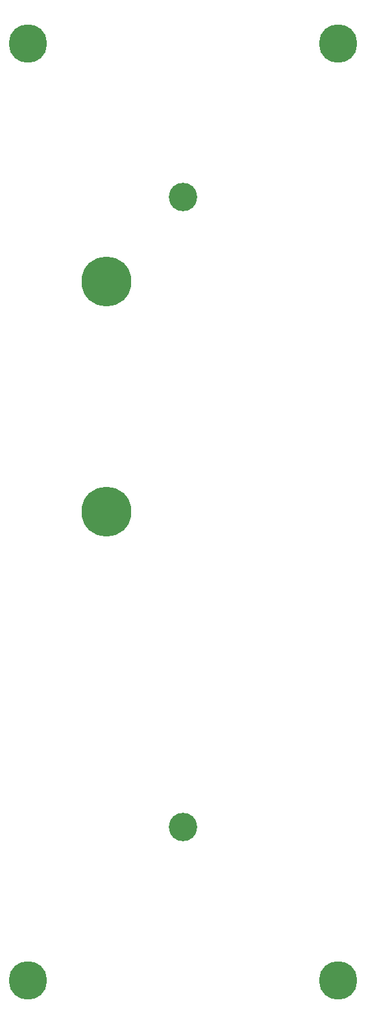
<source format=gts>
G04 start of page 7 for group -4063 idx -4063 *
G04 Title: 31.001.00.01.01.pcb, componentmask *
G04 Creator: pcb 4.2.1 *
G04 CreationDate: Wed Dec 23 16:06:14 2020 UTC *
G04 For: bert *
G04 Format: Gerber/RS-274X *
G04 PCB-Dimensions (mil): 3937.01 5905.51 *
G04 PCB-Coordinate-Origin: lower left *
%MOIN*%
%FSLAX25Y25*%
%LNGTS*%
%ADD28C,0.2559*%
%ADD27C,0.1968*%
%ADD26C,0.1457*%
G54D26*X138780Y137795D03*
G54D27*X59055Y59055D03*
G54D28*X99409Y299213D03*
Y417323D03*
G54D26*X138780Y460630D03*
G54D27*X59055Y539370D03*
X218504D03*
Y59055D03*
M02*

</source>
